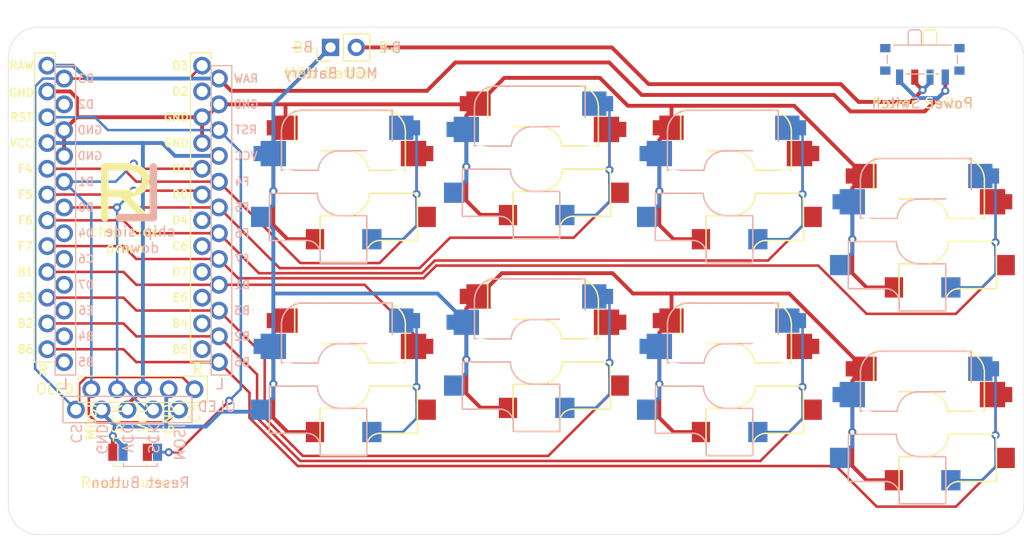
<source format=kicad_pcb>
(kicad_pcb (version 20221018) (generator pcbnew)
  (layers (0 "F.Cu" signal) (31 "B.Cu" signal) (34 "B.Paste" user) (35 "F.Paste" user) (36 "B.SilkS" user "B.Silkscreen") (37 "F.SilkS" user "F.Silkscreen") (38 "B.Mask" user) (39 "F.Mask" user) (44 "Edge.Cuts" user))
  (net 0 "")
  (net 1 "GND")
  (net 2 "R1C1")
  (net 3 "R1C2")
  (net 4 "R1C3")
  (net 5 "R1C4")
  (net 6 "R2C1")
  (net 7 "R2C2")
  (net 8 "R2C3")
  (net 9 "R2C4")
  (net 10 "VCC")
  (net 11 "/B+")
  (net 13 "SDA")
  (net 14 "SCL")
  (net 15 "RST")
  (net 16 "RAW")
  (net 23 "unconnected-(U1-RX-Pad2)")
  (net 26 "unconnected-(U2-RX-Pad2)")
  (net 27 "unconnected-(U2-D4-Pad7)")
  (net 28 "unconnected-(U2-C6-Pad8)")
  (net 29 "unconnected-(U2-D7-Pad9)")
  (net 32 "NVCS")
  (footprint "small-paintbrush:promicro" (layer "F.Cu") (at 86.020736 36.369424 -90)
    (fp_text reference "U1" hide)
    (fp_text value "ProMicro")
  )
  (footprint "keyswitches:MX_Choc_Hotswap" (layer "F.Cu") (at 105.901736 52.599424)
    (fp_text reference "KEY5" hide)
    (fp_text value "SW_Push" hide)
  )
  (footprint "MountingHole:MountingHole_2.1mm" (layer "F.Cu") (at 98.401737 21.599424)
    (fp_text reference "REF**" hide)
    (fp_text value "MountingHole_2.1mm")
  )
  (footprint "MountingHole:MountingHole_2.1mm" (layer "F.Cu") (at 147.401737 21.599424)
    (fp_text reference "REF**" hide)
    (fp_text value "MountingHole_2.1mm")
  )
  (footprint "MountingHole:MountingHole_2.1mm" (layer "F.Cu") (at 147.401737 65.599424)
    (fp_text reference "REF**" hide)
    (fp_text value "MountingHole_2.1mm")
  )
  (footprint "MountingHole:MountingHole_2.1mm" (layer "F.Cu") (at 98.401737 65.549424)
    (fp_text reference "REF**" hide)
    (fp_text value "MountingHole_2.1mm")
  )
  (footprint "small-paintbrush:mounting-holes" (layer "F.Cu") (at 122.901737 43.599424)
    (fp_text reference "H1" hide)
    (fp_text value "MountingHole")
    (fp_line (start -17 -25) (end 47 -25) (stroke (width 0.05)) (layer "Edge.Cuts"))
    (fp_line (start 47 25) (end -47 25) (stroke (width 0.05)) (layer "Edge.Cuts"))
    (fp_line (start 50 -22) (end 50 22) (stroke (width 0.05)) (layer "Edge.Cuts"))
    (fp_arc (start -47 25) (mid -49.12132 24.12132) (end -50 22) (stroke (width 0.05)) (layer "Edge.Cuts"))
    (fp_arc (start 47 -25) (mid 49.12132 -24.12132) (end 50 -22) (stroke (width 0.05)) (layer "Edge.Cuts"))
    (fp_arc (start 50 22) (mid 49.12132 24.12132) (end 47 25) (stroke (width 0.05)) (layer "Edge.Cuts"))
  )
  (footprint "keyswitches:MX_Choc_Hotswap" (layer "F.Cu") (at 162.901737 38.349424)
    (fp_text reference "KEY4" hide)
    (fp_text value "SW_Push" hide)
  )
  (footprint "NiceView:nice_view" (layer "F.Cu") (at 86.163 37.8072)
    (fp_text reference "Display1")
    (fp_text value "nice!view" hide)
  )
  (footprint "keyswitches:MX_Choc_Hotswap" (layer "F.Cu") (at 124.901737 31.219424)
    (fp_text reference "KEY2" hide)
    (fp_text value "SW_Push" hide)
  )
  (footprint "keyswitches:MX_Choc_Hotswap" (layer "F.Cu") (at 162.901739 57.349423)
    (fp_text reference "KEY8" hide)
    (fp_text value "SW_Push" hide)
  )
  (footprint "Connector_PinHeader_2.54mm:PinHeader_1x02_P2.54mm_Vertical" (layer "F.Cu") (at 104.631737 20.599424 90)
    (fp_text reference "J1" hide)
    (fp_text value "Conn_01x02")
  )
  (footprint "keyswitches:MX_Choc_Hotswap" (layer "F.Cu") (at 105.901737 33.599424)
    (fp_text reference "KEY1" hide)
    (fp_text value "SW_Push" hide)
  )
  (footprint "keyswitches:MX_Choc_Hotswap" (layer "F.Cu") (at 143.901739 33.599426)
    (fp_text reference "KEY3" hide)
    (fp_text value "SW_Push" hide)
  )
  (footprint "keyswitches:MX_Choc_Hotswap" (layer "F.Cu") (at 143.901739 52.599426)
    (fp_text reference "KEY7" hide)
    (fp_text value "SW_Push" hide)
  )
  (footprint "Button_Switch_SMD:SW_SPST_B3U-1000P" (layer "F.Cu") (at 84.901736 60.492424 180)
    (fp_text reference "PUSH2" hide)
    (fp_text value "SW_Push")
  )
  (footprint "Button_Switch_SMD:SW_SPDT_PCM12" (layer "F.Cu") (at 162.901737 22.099424 180)
    (fp_text reference "SW2" hide)
    (fp_text value "SW_SPDT")
  )
  (footprint "keyswitches:MX_Choc_Hotswap" (layer "F.Cu") (at 124.901739 50.219424)
    (fp_text reference "KEY6" hide)
    (fp_text value "SW_Push" hide)
  )
  (footprint "small-paintbrush:promicro" (layer "B.Cu") (at 84.369736 35.099424 -90)
    (fp_text reference "U2" hide)
    (fp_text value "ProMicro")
  )
  (footprint "Button_Switch_SMD:SW_SPDT_PCM12" (layer "B.Cu") (at 162.901737 22.099424)
    (fp_text reference "SW1" hide)
    (fp_text value "SW_SPDT")
  )
  (footprint "NiceView:nice_view" (layer "B.Cu") (at 84.6436 39.8038 180)
    (fp_text reference "Display2")
    (fp_text value "nice!view" hide)
  )
  (footprint "Button_Switch_SMD:SW_SPST_B3U-1000P" (layer "B.Cu") (at 85.901736 60.492424 180)
    (fp_text reference "PUSH1" hide)
    (fp_text value "SW_Push")
  )
  (gr_line (start 79.543736 22.399424) (end 79.543736 52.879424) (stroke (width 0.12)) (layer "B.SilkS"))
  (gr_line (start 94.910736 52.879424) (end 94.910736 22.399424) (stroke (width 0.12)) (layer "B.SilkS"))
  (gr_line (start 92.878736 22.399424) (end 92.878736 52.879424) (stroke (width 0.12)) (layer "B.SilkS"))
  (gr_line (start 94.910736 22.399424) (end 92.878736 22.399424) (stroke (width 0.12)) (layer "B.SilkS"))
  (gr_line (start 92.878736 52.879424) (end 94.910736 52.879424) (stroke (width 0.12)) (layer "B.SilkS"))
  (gr_line (start 77.511736 52.879424) (end 77.511736 22.399424) (stroke (width 0.12)) (layer "B.SilkS"))
  (gr_line (start 77.511736 22.399424) (end 79.543736 22.399424) (stroke (width 0.12)) (layer "B.SilkS"))
  (gr_line (start 79.543736 52.879424) (end 77.511736 52.879424) (stroke (width 0.12)) (layer "B.SilkS"))
  (gr_line (start 92.878736 51.609424) (end 92.878736 21.129424) (stroke (width 0.12)) (layer "F.SilkS"))
  (gr_line (start 92.878736 21.129424) (end 90.846736 21.129424) (stroke (width 0.12)) (layer "F.SilkS"))
  (gr_line (start 90.846736 51.609424) (end 92.878736 51.609424) (stroke (width 0.12)) (layer "F.SilkS"))
  (gr_line (start 77.511736 51.609424) (end 75.479736 51.609424) (stroke (width 0.12)) (layer "F.SilkS"))
  (gr_line (start 75.479736 21.129424) (end 77.511736 21.129424) (stroke (width 0.12)) (layer "F.SilkS"))
  (gr_line (start 90.846736 21.129424) (end 90.846736 51.609424) (stroke (width 0.12)) (layer "F.SilkS"))
  (gr_line (start 75.479736 51.609424) (end 75.479736 21.129424) (stroke (width 0.12)) (layer "F.SilkS"))
  (gr_line (start 77.511736 21.129424) (end 77.511736 51.609424) (stroke (width 0.12)) (layer "F.SilkS"))
  (gr_line (start 105.901737 18.599424) (end 75.901737 18.599424) (stroke (width 0.05)) (layer "Edge.Cuts"))
  (gr_line (start 72.901737 65.599424) (end 72.901737 21.599424) (stroke (width 0.05)) (layer "Edge.Cuts"))
  (gr_arc (start 72.901737 21.599424) (mid 73.780417 19.478104) (end 75.901737 18.599424) (stroke (width 0.05)) (layer "Edge.Cuts"))
  (gr_text "OLED" (at 93.422736 55.995424) (layer "B.SilkS") (effects (font (size 1 1)) (justify mirror)))
  (gr_text "L" (at 86.020736 35.099424) (layer "B.SilkS") (effects (font (size 5 7) (thickness 0.75)) (justify mirror)))
  (gr_text "L" (at 93.767736 53.768424) (layer "B.SilkS") (effects (font (size 1 1)) (justify mirror)))
  (gr_text "Power Switch" (at 162.901737 26.099425) (layer "B.SilkS") (effects (font (size 1 1)) (justify mirror)))
  (gr_text "Reset Button" (at 85.901736 63.492424) (layer "B.SilkS") (effects (font (size 1 1)) (justify mirror)))
  (gr_text "MCU Battery" (at 104.671736 23.139424) (layer "B.SilkS") (effects (font (size 1 1)) (justify mirror)))
  (gr_text "chip side\ndown" (at 85.893736 39.544424) (layer "B.SilkS") (effects (font (size 1 1)) (justify mirror)))
  (gr_text "B-" (at 103.031737 20.559424) (layer "B.SilkS") (effects (font (size 1 1)) (justify left mirror)))
  (gr_text "B+ " (at 108.511737 20.609424) (layer "B.SilkS") (effects (font (size 1 1)) (justify right mirror)))
  (gr_text "L" (at 78.400736 53.768424) (layer "B.SilkS") (effects (font (size 1 1)) (justify mirror)))
  (gr_text "R" (at 91.553735 52.292424) (layer "F.SilkS") (effects (font (size 1 1))))
  (gr_text "MCU Battery" (at 104.671736 23.139424) (layer "F.SilkS") (effects (font (size 1 1))))
  (gr_text "Power Switch" (at 162.901737 26.099425) (layer "F.SilkS") (effects (font (size 1 1))))
  (gr_text "chip side\ndown" (at 84.369736 39.544424) (layer "F.SilkS") (effects (font (size 1 1))))
  (gr_text "Reset Button" (at 84.901736 63.492424) (layer "F.SilkS") (effects (font (size 1 1))))
  (gr_text "OLED" (at 77.518736 54.283424) (layer "F.SilkS") (effects (font (size 1 1))))
  (gr_text "R" (at 76.329735 52.402424) (layer "F.SilkS") (effects (font (size 1 1))))
  (gr_text "R" (at 84.242736 35.099424) (layer "F.SilkS") (effects (font (size 5 7) (thickness 0.75))))
  (gr_text " B+" (at 108.501737 20.599424) (layer "F.SilkS") (effects (font (size 1 1)) (justify left)))
  (gr_text "B-" (at 103.301737 20.599424) (layer "F.SilkS") (effects (font (size 1 1)) (justify right)))
  (segment (start 118.001739 27.319423) (end 119.201739 26.119423) (width 0.381) (layer "F.Cu") (net 1))
  (segment (start 118.001739 35.700425) (end 118.001739 27.319423) (width 0.381) (layer "F.Cu") (net 1))
  (segment (start 119.400737 37.099423) (end 118.001739 35.700425) (width 0.381) (layer "F.Cu") (net 1))
  (segment (start 122.101739 37.099423) (end 119.400737 37.099423) (width 0.381) (layer "F.Cu") (net 1))
  (segment (start 122.101739 56.099423) (end 119.400737 56.099423) (width 0.381) (layer "F.Cu") (net 1))
  (segment (start 138.201739 44.899426) (end 138.151737 44.849424) (width 0.381) (layer "F.Cu") (net 1))
  (segment (start 83.201736 58.892424) (end 83.201736 60.492424) (width 0.381) (layer "F.Cu") (net 1))
  (segment (start 156.001739 61.850425) (end 156.001739 53.469423) (width 0.381) (layer "F.Cu") (net 1))
  (segment (start 79.670736 27.479424) (end 79.667537 27.482623) (width 0.381) (layer "F.Cu") (net 1))
  (segment (start 100.201737 28.519424) (end 100.201737 26.269424) (width 0.381) (layer "F.Cu") (net 1))
  (segment (start 160.101739 63.249423) (end 157.400737 63.249423) (width 0.381) (layer "F.Cu") (net 1))
  (segment (start 91.989736 30.019424) (end 91.989736 27.479424) (width 0.381) (layer "F.Cu") (net 1))
  (segment (start 99.001739 29.719423) (end 100.201739 28.519423) (width 0.381) (layer "F.Cu") (net 1))
  (segment (start 157.201737 33.269424) (end 150.281737 26.349424) (width 0.381) (layer "F.Cu") (net 1))
  (segment (start 79.667537 27.482623) (end 78.400736 28.749424) (width 0.381) (layer "F.Cu") (net 1))
  (segment (start 138.151737 26.349424) (end 133.901737 26.349424) (width 0.381) (layer "F.Cu") (net 1))
  (segment (start 92.370736 27.479424) (end 93.640736 26.209424) (width 0.381) (layer "F.Cu") (net 1))
  (segment (start 134.401737 44.849424) (end 132.401737 42.849424) (width 0.381) (layer "F.Cu") (net 1))
  (segment (start 157.201739 52.269423) (end 149.78174 44.849424) (width 0.381) (layer "F.Cu") (net 1))
  (segment (start 100.201737 26.269424) (end 100.261737 26.209424) (width 0.381) (layer "F.Cu") (net 1))
  (segment (start 138.400737 39.499423) (end 137.001739 38.100425) (width 0.381) (layer "F.Cu") (net 1))
  (segment (start 132.401737 42.849424) (end 121.491739 42.849424) (width 0.381) (layer "F.Cu") (net 1))
  (segment (start 137.001739 38.100425) (end 137.001739 29.719423) (width 0.381) (layer "F.Cu") (net 1))
  (segment (start 141.101739 58.499423) (end 138.400737 58.499423) (width 0.381) (layer "F.Cu") (net 1))
  (segment (start 138.201739 26.399426) (end 138.151737 26.349424) (width 0.381) (layer "F.Cu") (net 1))
  (segment (start 121.741737 23.599424) (end 119.131737 26.209424) (width 0.381) (layer "F.Cu") (net 1))
  (segment (start 118.001739 46.319423) (end 119.201739 45.119423) (width 0.381) (layer "F.Cu") (net 1))
  (segment (start 118.001739 54.700425) (end 118.001739 46.319423) (width 0.381) (layer "F.Cu") (net 1))
  (segment (start 156.001739 53.469423) (end 157.201739 52.269423) (width 0.381) (layer "F.Cu") (net 1))
  (segment (start 150.281737 26.349424) (end 138.151737 26.349424) (width 0.381) (layer "F.Cu") (net 1))
  (segment (start 149.78174 44.849424) (end 138.151737 44.849424) (width 0.381) (layer "F.Cu") (net 1))
  (segment (start 91.989736 27.479424) (end 92.370736 27.479424) (width 0.381) (layer "F.Cu") (net 1))
  (segment (start 79.005602 24.939424) (end 79.667537 25.601359) (width 0.381) (layer "F.Cu") (net 1))
  (segment (start 91.989736 27.479424) (end 79.670736 27.479424) (width 0.381) (layer "F.Cu") (net 1))
  (segment (start 141.101739 39.499423) (end 138.400737 39.499423) (width 0.381) (layer "F.Cu") (net 1))
  (segment (start 138.201739 28.519426) (end 138.201739 26.399426) (width 0.381) (layer "F.Cu") (net 1))
  (segment (start 103.101739 39.499423) (end 100.400737 39.499423) (width 0.381) (layer "F.Cu") (net 1))
  (segment (start 99.001739 48.719423) (end 100.201739 47.519423) (width 0.381) (layer "F.Cu") (net 1))
  (segment (start 156.001739 42.850425) (end 156.001739 34.469423) (width 0.381) (layer "F.Cu") (net 1))
  (segment (start 103.101739 58.499423) (end 100.400737 58.499423) (width 0.381) (layer "F.Cu") (net 1))
  (segment (start 137.001739 48.719423) (end 138.201739 47.519423) (width 0.381) (layer "F.Cu") (net 1))
  (segment (start 99.001739 38.100425) (end 99.001739 29.719423) (width 0.381) (layer "F.Cu") (net 1))
  (segment (start 76.749736 24.939424) (end 79.005602 24.939424) (width 0.381) (layer "F.Cu") (net 1))
  (segment (start 138.151737 44.849424) (end 134.401737 44.849424) (width 0.381) (layer "F.Cu") (net 1))
  (segment (start 156.001739 34.469423) (end 157.201739 33.269423) (width 0.381) (layer "F.Cu") (net 1))
  (segment (start 133.901737 26.349424) (end 131.151737 23.599424) (width 0.381) (layer "F.Cu") (net 1))
  (segment (start 137.001739 29.719423) (end 138.201739 28.519423) (width 0.381) (layer "F.Cu") (net 1))
  (segment (start 78.400736 28.749424) (end 78.400736 31.289424) (width 0.381) (layer "F.Cu") (net 1))
  (segment (start 99.001739 57.100425) (end 99.001739 48.719423) (width 0.381) (layer "F.Cu") (net 1))
  (segment (start 157.400737 44.249423) (end 156.001739 42.850425) (width 0.381) (layer "F.Cu") (net 1))
  (segment (start 100.261737 26.209424) (end 93.640736 26.209424) (width 0.381) (layer "F.Cu") (net 1))
  (segment (start 119.131737 26.209424) (end 100.261737 26.209424) (width 0.381) (layer "F.Cu") (net 1))
  (segment (start 131.151737 23.599424) (end 121.741737 23.599424) (width 0.381) (layer "F.Cu") (net 1))
  (segment (start 137.001739 57.100425) (end 137.001739 48.719423) (width 0.381) (layer "F.Cu") (net 1))
  (segment (start 138.400737 58.499423) (end 137.001739 57.100425) (width 0.381) (layer "F.Cu") (net 1))
  (segment (start 157.400737 63.249423) (end 156.001739 61.850425) (width 0.381) (layer "F.Cu") (net 1))
  (segment (start 121.491739 42.849424) (end 119.201739 45.139424) (width 0.381) (layer "F.Cu") (net 1))
  (segment (start 138.201739 47.519426) (end 138.201739 44.899426) (width 0.381) (layer "F.Cu") (net 1))
  (segment (start 160.101739 44.249423) (end 157.400737 44.249423) (width 0.381) (layer "F.Cu") (net 1))
  (segment (start 119.400737 56.099423) (end 118.001739 54.700425) (width 0.381) (layer "F.Cu") (net 1))
  (segment (start 100.400737 58.499423) (end 99.001739 57.100425) (width 0.381) (layer "F.Cu") (net 1))
  (segment (start 79.667537 25.601359) (end 79.667537 27.482623) (width 0.381) (layer "F.Cu") (net 1))
  (segment (start 100.400737 39.499423) (end 99.001739 38.100425) (width 0.381) (layer "F.Cu") (net 1))
  (via (at 118.001739 32.349422) (size 0.8) (drill 0.4) (layers "F.Cu" "B.Cu") (net 1))
  (via (at 156.001739 39.499422) (size 0.8) (drill 0.4) (layers "F.Cu" "B.Cu") (net 1))
  (via (at 156.001739 58.499422) (size 0.8) (drill 0.4) (layers "F.Cu" "B.Cu") (net 1))
  (via (at 118.001739 51.349422) (size 0.8) (drill 0.4) (layers "F.Cu" "B.Cu") (net 1))
  (via (at 83.201736 58.892424) (size 0.8) (drill 0.4) (layers "F.Cu" "B.Cu") (net 1))
  (via (at 99.001739 53.749422) (size 0.8) (drill 0.4) (layers "F.Cu" "B.Cu") (net 1))
  (via (at 99.001739 34.749422) (size 0.8) (drill 0.4) (layers "F.Cu" "B.Cu") (net 1))
  (via (at 137.001739 34.749422) (size 0.8) (drill 0.4) (layers "F.Cu" "B.Cu") (net 1))
  (via (at 137.001739 53.749422) (size 0.8) (drill 0.4) (layers "F.Cu" "B.Cu") (net 1))
  (segment (start 156.001739 58.499422) (end 156.001739 59.849423) (width 0.381) (layer "B.Cu") (net 1))
  (segment (start 118.001739 33.699423) (end 116.801739 34.899423) (width 0.381) (layer "B.Cu") (net 1))
  (segment (start 118.001739 32.349422) (end 118.001739 33.699423) (width 0.381) (layer "B.Cu") (net 1))
  (segment (start 118.001739 28.659423) (end 118.001739 32.349422) (width 0.381) (layer "B.Cu") (net 1))
  (segment (start 137.001739 36.099423) (end 135.801739 37.299423) (width 0.381) (layer "B.Cu") (net 1))
  (segment (start 82.101739 56.580427) (end 83.480736 57.959424) (width 0.381) (layer "B.Cu") (net 1))
  (segment (start 99.001739 50.059423) (end 99.001739 53.749422) (width 0.381) (layer "B.Cu") (net 1))
  (segment (start 88.531737 57.959424) (end 92.371736 57.959424) (width 0.381) (layer "B.Cu") (net 1))
  (segment (start 83.201736 58.892424) (end 83.201736 58.238424) (width 0.381) (layer "B.Cu") (net 1))
  (segment (start 104.631737 20.599424) (end 99.001737 26.229424) (width 0.381) (layer "B.Cu") (net 1))
  (segment (start 118.001739 52.699423) (end 116.801739 53.899423) (width 0.381) (layer "B.Cu") (net 1))
  (segment (start 88.703 54.2872) (end 88.4568 54.5334) (width 0.381) (layer "B.Cu") (net 1))
  (segment (start 83.480736 57.959424) (end 88.531737 57.959424) (width 0.381) (layer "B.Cu") (net 1))
  (segment (start 93.831736 56.499424) (end 97.601736 56.499424) (width 0.381) (layer "B.Cu") (net 1))
  (segment (start 83.201736 58.238424) (end 83.480736 57.959424) (width 0.381) (layer "B.Cu") (net 1))
  (segment (start 137.001739 31.059423) (end 137.001739 34.749422) (width 0.381) (layer "B.Cu") (net 1))
  (segment (start 115.171739 44.849424) (end 99.001736 44.849424) (width 0.381) (layer "B.Cu") (net 1))
  (segment (start 99.001736 44.849424) (end 99.001736 38.499423) (width 0.381) (layer "B.Cu") (net 1))
  (segment (start 118.001739 47.679424) (end 115.171739 44.849424) (width 0.381) (layer "B.Cu") (net 1))
  (segment (start 137.001739 34.749422) (end 137.001739 36.099423) (width 0.381) (layer "B.Cu") (net 1))
  (segment (start 156.001739 54.809423) (end 156.001739 58.499422) (width 0.381) (layer "B.Cu") (net 1))
  (segment (start 82.101739 56.281424) (end 82.101739 56.580427) (width 0.381) (layer "B.Cu") (net 1))
  (segment (start 83.201736 58.892424) (end 84.201736 59.892424) (width 0.381) (layer "B.Cu") (net 1))
  (segment (start 99.001736 44.849424) (end 99.001736 50.059424) (width 0.381) (layer "B.Cu") (net 1))
  (segment (start 99.001739 34.749422) (end 99.001739 36.099423) (width 0.381) (layer "B.Cu") (net 1))
  (segment (start 99.001736 38.499423) (end 97.801737 37.299424) (width 0.381) (layer "B.Cu") (net 1))
  (segment (start 99.001739 55.099423) (end 97.801739 56.299423) (width 0.381) (layer "B.Cu") (net 1))
  (segment (start 99.001739 36.099423) (end 97.801739 37.299423) (width 0.381) (layer "B.Cu") (net 1))
  (segment (start 92.371736 57.959424) (end 93.831736 56.499424) (width 0.381) (layer "B.Cu") (net 1))
  (segment (start 118.001739 51.349422) (end 118.001739 52.699423) (width 0.381) (layer "B.Cu") (net 1))
  (segment (start 137.001739 55.099423) (end 135.801739 56.299423) (width 0.381) (layer "B.Cu") (net 1))
  (segment (start 88.4568 54.5334) (end 88.4568 57.884487) (width 0.381) (layer "B.Cu") (net 1))
  (segment (start 99.001739 53.749422) (end 99.001739 55.099423) (width 0.381) (layer "B.Cu") (net 1))
  (segment (start 99.001739 31.059423) (end 99.001739 34.749422) (width 0.381) (layer "B.Cu") (net 1))
  (segment (start 118.001739 47.659423) (end 118.001739 51.349422) (width 0.381) (layer "B.Cu") (net 1))
  (segment (start 84.201736 59.892424) (end 84.201736 60.492424) (width 0.381) (layer "B.Cu") (net 1))
  (segment (start 137.001739 50.059423) (end 137.001739 53.749422) (width 0.381) (layer "B.Cu") (net 1))
  (segment (start 156.001739 39.499422) (end 156.001739 40.849423) (width 0.381) (layer "B.Cu") (net 1))
  (segment (start 97.601736 56.499424) (end 97.801736 56.299424) (width 0.381) (layer "B.Cu") (net 1))
  (segment (start 156.001739 59.849423) (end 154.801739 61.049423) (width 0.381) (layer "B.Cu") (net 1))
  (segment (start 88.4568 57.884487) (end 88.531737 57.959424) (width 0.381) (layer "B.Cu") (net 1))
  (segment (start 156.001739 40.849423) (end 154.801739 42.049423) (width 0.381) (layer "B.Cu") (net 1))
  (segment (start 156.001739 35.809423) (end 156.001739 39.499422) (width 0.381) (layer "B.Cu") (net 1))
  (segment (start 99.001737 26.229424) (end 99.001737 31.059424) (width 0.381) (layer "B.Cu") (net 1))
  (segment (start 137.001739 53.749422) (end 137.001739 55.099423) (width 0.381) (layer "B.Cu") (net 1))
  (segment (start 112.801739 31.059422) (end 113.101739 31.359422) (width 0.25) (layer "F.Cu") (net 2))
  (segment (start 113.101739 35.049426) (end 113.101739 36.399423) (width 0.25) (layer "F.Cu") (net 2))
  (segment (start 113.101739 36.399423) (end 114.001739 37.299423) (width 0.25) (layer "F.Cu") (net 2))
  (segment (start 113.101739 31.359422) (end 113.101739 35.049426) (width 0.25) (layer "F.Cu") (net 2))
  (segment (start 84.242736 32.559424) (end 85.512736 33.829424) (width 0.25) (layer "F.Cu") (net 2))
  (segment (start 85.512736 33.829424) (end 93.640736 33.829424) (width 0.25) (layer "F.Cu") (net 2))
  (segment (start 109.451737 41.849424) (end 114.001737 37.299424) (width 0.25) (layer "F.Cu") (net 2))
  (segment (start 101.660736 41.849424) (end 109.451737 41.849424) (width 0.25) (layer "F.Cu") (net 2))
  (segment (start 76.749736 32.559424) (end 84.242736 32.559424) (width 0.25) (layer "F.Cu") (net 2))
  (segment (start 93.640736 33.829424) (end 101.660736 41.849424) (width 0.25) (layer "F.Cu") (net 2))
  (via (at 113.101739 35.049426) (size 0.8) (drill 0.4) (layers "F.Cu" "B.Cu") (net 2))
  (segment (start 113.101739 38.149422) (end 113.101739 35.049426) (width 0.25) (layer "B.Cu") (net 2))
  (segment (start 108.701739 39.499423) (end 111.751738 39.499423) (width 0.25) (layer "B.Cu") (net 2))
  (segment (start 111.751738 39.499423) (end 113.101739 38.149422) (width 0.25) (layer "B.Cu") (net 2))
  (segment (start 113.101739 35.049426) (end 113.101739 28.499423) (width 0.25) (layer "B.Cu") (net 2))
  (segment (start 131.791739 28.669422) (end 132.091739 28.969422) (width 0.25) (layer "F.Cu") (net 3))
  (segment (start 132.091739 28.969422) (end 132.091739 32.659426) (width 0.25) (layer "F.Cu") (net 3))
  (segment (start 132.091739 32.659426) (end 132.091739 34.009423) (width 0.25) (layer "F.Cu") (net 3))
  (segment (start 132.091739 34.009423) (end 132.991739 34.909423) (width 0.25) (layer "F.Cu") (net 3))
  (segment (start 99.620736 42.349424) (end 113.401737 42.349424) (width 0.25) (layer "F.Cu") (net 3))
  (segment (start 128.571737 39.349424) (end 133.001737 34.919424) (width 0.25) (layer "F.Cu") (net 3))
  (segment (start 93.640736 36.369424) (end 99.620736 42.349424) (width 0.25) (layer "F.Cu") (net 3))
  (segment (start 85.512736 36.369424) (end 84.242736 35.099424) (width 0.25) (layer "F.Cu") (net 3))
  (segment (start 93.640736 36.369424) (end 85.512736 36.369424) (width 0.25) (layer "F.Cu") (net 3))
  (segment (start 113.401737 42.349424) (end 116.401737 39.349424) (width 0.25) (layer "F.Cu") (net 3))
  (segment (start 84.242736 35.099424) (end 76.749736 35.099424) (width 0.25) (layer "F.Cu") (net 3))
  (segment (start 116.401737 39.349424) (end 128.571737 39.349424) (width 0.25) (layer "F.Cu") (net 3))
  (via (at 132.091739 32.659426) (size 0.8) (drill 0.4) (layers "F.Cu" "B.Cu") (net 3))
  (segment (start 132.091739 32.659426) (end 132.091739 26.109423) (width 0.25) (layer "B.Cu") (net 3))
  (segment (start 127.691739 37.109423) (end 130.741738 37.109423) (width 0.25) (layer "B.Cu") (net 3))
  (segment (start 130.741738 37.109423) (end 132.091739 35.759422) (width 0.25) (layer "B.Cu") (net 3))
  (segment (start 132.091739 35.759422) (end 132.091739 32.659426) (width 0.25) (layer "B.Cu") (net 3))
  (segment (start 151.101739 36.399423) (end 152.001739 37.299423) (width 0.25) (layer "F.Cu") (net 4))
  (segment (start 151.101739 35.049426) (end 151.101739 36.399423) (width 0.25) (layer "F.Cu") (net 4))
  (segment (start 114.901737 41.599424) (end 147.701741 41.599424) (width 0.25) (layer "F.Cu") (net 4))
  (segment (start 113.651737 42.849424) (end 114.901737 41.599424) (width 0.25) (layer "F.Cu") (net 4))
  (segment (start 85.512736 38.909424) (end 93.640736 38.909424) (width 0.25) (layer "F.Cu") (net 4))
  (segment (start 150.801739 31.059422) (end 151.101739 31.359422) (width 0.25) (layer "F.Cu") (net 4))
  (segment (start 93.640736 38.909424) (end 97.580736 42.849424) (width 0.25) (layer "F.Cu") (net 4))
  (segment (start 147.701741 41.599424) (end 152.001739 37.299426) (width 0.25) (layer "F.Cu") (net 4))
  (segment (start 76.749736 37.639424) (end 84.242736 37.639424) (width 0.25) (layer "F.Cu") (net 4))
  (segment (start 151.101739 31.359422) (end 151.101739 35.049426) (width 0.25) (layer "F.Cu") (net 4))
  (segment (start 97.580736 42.849424) (end 113.651737 42.849424) (width 0.25) (layer "F.Cu") (net 4))
  (segment (start 84.242736 37.639424) (end 85.512736 38.909424) (width 0.25) (layer "F.Cu") (net 4))
  (via (at 151.101739 35.049426) (size 0.8) (drill 0.4) (layers "F.Cu" "B.Cu") (net 4))
  (segment (start 146.701739 39.499423) (end 149.751738 39.499423) (width 0.25) (layer "B.Cu") (net 4))
  (segment (start 149.751738 39.499423) (end 151.101739 38.149422) (width 0.25) (layer "B.Cu") (net 4))
  (segment (start 151.101739 38.149422) (end 151.101739 35.049426) (width 0.25) (layer "B.Cu") (net 4))
  (segment (start 151.101739 35.049426) (end 151.101739 28.499423) (width 0.25) (layer "B.Cu") (net 4))
  (segment (start 169.801739 35.809422) (end 170.101739 36.109422) (width 0.25) (layer "F.Cu") (net 5))
  (segment (start 170.101739 36.109422) (end 170.101739 39.799426) (width 0.25) (layer "F.Cu") (net 5))
  (segment (start 170.101739 39.799426) (end 170.101739 41.149423) (width 0.25) (layer "F.Cu") (net 5))
  (segment (start 170.101739 41.149423) (end 171.001739 42.049423) (width 0.25) (layer "F.Cu") (net 5))
  (segment (start 157.401737 46.849424) (end 166.201737 46.849424) (width 0.25) (layer "F.Cu") (net 5))
  (segment (start 113.788147 43.349424) (end 115.038147 42.099424) (width 0.25) (layer "F.Cu") (net 5))
  (segment (start 93.640736 41.449424) (end 85.512736 41.449424) (width 0.25) (layer "F.Cu") (net 5))
  (segment (start 152.651737 42.099424) (end 157.401737 46.849424) (width 0.25) (layer "F.Cu") (net 5))
  (segment (start 93.640736 41.449424) (end 94.290736 42.099424) (width 0.25) (layer "F.Cu") (net 5))
  (segment (start 93.640736 41.449424) (end 95.540736 43.349424) (width 0.25) (layer "F.Cu") (net 5))
  (segment (start 95.540736 43.349424) (end 113.788147 43.349424) (width 0.25) (layer "F.Cu") (net 5))
  (segment (start 84.242736 40.179424) (end 76.749736 40.179424) (width 0.25) (layer "F.Cu") (net 5))
  (segment (start 85.512736 41.449424) (end 84.242736 40.179424) (width 0.25) (layer "F.Cu") (net 5))
  (segment (start 166.201737 46.849424) (end 171.001737 42.049424) (width 0.25) (layer "F.Cu") (net 5))
  (segment (start 115.038147 42.099424) (end 152.651737 42.099424) (width 0.25) (layer "F.Cu") (net 5))
  (via (at 170.101739 39.799426) (size 0.8) (drill 0.4) (layers "F.Cu" "B.Cu") (net 5))
  (segment (start 165.701739 44.249423) (end 168.751738 44.249423) (width 0.25) (layer "B.Cu") (net 5))
  (segment (start 170.101739 42.899422) (end 170.101739 39.799426) (width 0.25) (layer "B.Cu") (net 5))
  (segment (start 170.101739 39.799426) (end 170.101739 33.249423) (width 0.25) (layer "B.Cu") (net 5))
  (segment (start 168.751738 44.249423) (end 170.101739 42.899422) (width 0.25) (layer "B.Cu") (net 5))
  (segment (start 93.640736 43.989424) (end 95.311737 43.989424) (width 0.25) (layer "F.Cu") (net 6))
  (segment (start 113.101739 55.399423) (end 114.001739 56.299423) (width 0.25) (layer "F.Cu") (net 6))
  (segment (start 95.311737 43.989424) (end 107.981737 43.989424) (width 0.25) (layer "F.Cu") (net 6))
  (segment (start 84.242736 42.719424) (end 85.512736 43.989424) (width 0.25) (layer "F.Cu") (net 6))
  (segment (start 76.749736 42.719424) (end 84.242736 42.719424) (width 0.25) (layer "F.Cu") (net 6))
  (segment (start 107.981737 43.989424) (end 112.801736 48.809423) (width 0.25) (layer "F.Cu") (net 6))
  (segment (start 85.512736 43.989424) (end 93.640736 43.989424) (width 0.25) (layer "F.Cu") (net 6))
  (segment (start 113.101739 54.049426) (end 113.101739 55.399423) (width 0.25) (layer "F.Cu") (net 6))
  (segment (start 113.101739 50.359422) (end 113.101739 54.049426) (width 0.25) (layer "F.Cu") (net 6))
  (segment (start 112.801736 48.809423) (end 112.801736 50.059423) (width 0.25) (layer "F.Cu") (net 6))
  (segment (start 112.801739 50.059422) (end 113.101739 50.359422) (width 0.25) (layer "F.Cu") (net 6))
  (via (at 113.101739 54.049426) (size 0.8) (drill 0.4) (layers "F.Cu" "B.Cu") (net 6))
  (segment (start 111.751738 58.499423) (end 113.101739 57.149422) (width 0.25) (layer "B.Cu") (net 6))
  (segment (start 113.101739 54.049426) (end 113.101739 47.499423) (width 0.25) (layer "B.Cu") (net 6))
  (segment (start 108.701739 58.499423) (end 111.751738 58.499423) (width 0.25) (layer "B.Cu") (net 6))
  (segment (start 113.101739 57.149422) (end 113.101739 54.049426) (width 0.25) (layer "B.Cu") (net 6))
  (segment (start 131.791739 47.669422) (end 132.091739 47.969422) (width 0.25) (layer "F.Cu") (net 7))
  (segment (start 132.091739 53.009423) (end 132.991739 53.909423) (width 0.25) (layer "F.Cu") (net 7))
  (segment (start 132.091739 51.659426) (end 132.091739 53.009423) (width 0.25) (layer "F.Cu") (net 7))
  (segment (start 132.091739 47.969422) (end 132.091739 51.659426) (width 0.25) (layer "F.Cu") (net 7))
  (segment (start 93.640736 46.588424) (end 93.640736 46.529424) (width 0.25) (layer "F.Cu") (net 7))
  (segment (start 93.640736 46.529424) (end 85.512736 46.529424) (width 0.25) (layer "F.Cu") (net 7))
  (segment (start 93.640736 46.529424) (end 98.151737 51.040425) (width 0.25) (layer "F.Cu") (net 7))
  (segment (start 98.151737 51.040425) (end 98.151737 57.099424) (width 0.25) (layer "F.Cu") (net 7))
  (segment (start 85.512736 46.529424) (end 84.242736 45.259424) (width 0.25) (layer "F.Cu") (net 7))
  (segment (start 98.151737 57.099424) (end 101.901737 60.849424) (width 0.25) (layer "F.Cu") (net 7))
  (segment (start 101.901737 60.849424) (end 126.071739 60.849424) (width 0.25) (layer "F.Cu") (net 7))
  (segment (start 84.242736 45.259424) (end 76.749736 45.259424) (width 0.25) (layer "F.Cu") (net 7))
  (segment (start 126.071739 60.849424) (end 133.001739 53.919424) (width 0.25) (layer "F.Cu") (net 7))
  (via (at 132.091739 51.659426) (size 0.8) (drill 0.4) (layers "F.Cu" "B.Cu") (net 7))
  (segment (start 132.091739 51.659426) (end 132.091739 45.109423) (width 0.25) (layer "B.Cu") (net 7))
  (segment (start 132.091739 54.759422) (end 132.091739 51.659426) (width 0.25) (layer "B.Cu") (net 7))
  (segment (start 130.741738 56.109423) (end 132.091739 54.759422) (width 0.25) (layer "B.Cu") (net 7))
  (segment (start 127.691739 56.109423) (end 130.741738 56.109423) (width 0.25) (layer "B.Cu") (net 7))
  (segment (start 76.749736 47.799424) (end 84.242736 47.799424) (width 0.25) (layer "F.Cu") (net 8))
  (segment (start 85.512736 49.069424) (end 93.640736 49.069424) (width 0.25) (layer "F.Cu") (net 8))
  (segment (start 150.801739 50.059422) (end 151.101739 50.359422) (width 0.25) (layer "F.Cu") (net 8))
  (segment (start 84.242736 47.799424) (end 85.512736 49.069424) (width 0.25) (layer "F.Cu") (net 8))
  (segment (start 151.101739 54.049426) (end 151.101739 55.399423) (width 0.25) (layer "F.Cu") (net 8))
  (segment (start 151.101739 55.399423) (end 152.001739 56.299423) (width 0.25) (layer "F.Cu") (net 8))
  (segment (start 146.951741 61.349424) (end 152.001739 56.299426) (width 0.25) (layer "F.Cu") (net 8))
  (segment (start 97.401737 52.830425) (end 97.401737 57.099424) (width 0.25) (layer "F.Cu") (net 8))
  (segment (start 93.640736 49.069424) (end 95.401736 50.830424) (width 0.25) (layer "F.Cu") (net 8))
  (segment (start 101.651737 61.349424) (end 146.951741 61.349424) (width 0.25) (layer "F.Cu") (net 8))
  (segment (start 95.401736 50.830424) (end 97.401737 52.830425) (width 0.25) (layer "F.Cu") (net 8))
  (segment (start 97.401737 57.099424) (end 101.651737 61.349424) (width 0.25) (layer "F.Cu") (net 8))
  (segment (start 151.101739 50.359422) (end 151.101739 54.049426) (width 0.25) (layer "F.Cu") (net 8))
  (via (at 151.101739 54.049426) (size 0.8) (drill 0.4) (layers "F.Cu" "B.Cu") (net 8))
  (segment (start 149.751738 58.499423) (end 151.101739 57.149422) (width 0.25) (layer "B.Cu") (net 8))
  (segment (start 151.101739 54.049426) (end 151.101739 47.499423) (width 0.25) (layer "B.Cu") (net 8))
  (segment (start 151.101739 57.149422) (end 151.101739 54.049426) (width 0.25) (layer "B.Cu") (net 8))
  (segment (start 146.701739 58.499423) (end 149.751738 58.499423) (width 0.25) (layer "B.Cu") (net 8))
  (segment (start 154.401737 61.849424) (end 101.401737 61.849424) (width 0.25) (layer "F.Cu") (net 9))
  (segment (start 166.201738 65.849424) (end 158.401737 65.849424) (width 0.25) (layer "F.Cu") (net 9))
  (segment (start 96.651737 54.620425) (end 93.640736 51.609424) (width 0.25) (layer "F.Cu") (net 9))
  (segment (start 96.651737 57.099424) (end 96.651737 56.849424) (width 0.25) (layer "F.Cu") (net 9))
  (segment (start 85.512736 51.609424) (end 84.242736 50.339424) (width 0.25) (layer "F.Cu") (net 9))
  (segment (start 170.101739 55.109422) (end 170.101739 58.799426) (width 0.25) (layer "F.Cu") (net 9))
  (segment (start 84.242736 50.339424) (end 76.749736 50.339424) (width 0.25) (layer "F.Cu") (net 9))
  (segment (start 158.401737 65.849424) (end 154.401737 61.849424) (width 0.25) (layer "F.Cu") (net 9))
  (segment (start 96.651737 56.849424) (end 96.651737 54.620425) (width 0.25) (layer "F.Cu") (net 9))
  (segment (start 169.801739 54.809422) (end 170.101739 55.109422) (width 0.25) (layer "F.Cu") (net 9))
  (segment (start 93.640736 51.609424) (end 85.512736 51.609424) (width 0.25) (layer "F.Cu") (net 9))
  (segment (start 171.001739 61.049423) (end 166.201738 65.849424) (width 0.25) (layer "F.Cu") (net 9))
  (segment (start 101.401737 61.849424) (end 96.651737 57.099424) (width 0.25) (layer "F.Cu") (net 9))
  (segment (start 170.101739 60.149423) (end 171.001739 61.049423) (width 0.25) (layer "F.Cu") (net 9))
  (segment (start 170.101739 58.799426) (end 170.101739 60.149423) (width 0.25) (layer "F.Cu") (net 9))
  (segment (start 94.001735 51.149425) (end 94.001736 51.149424) (width 0.25) (layer "F.Cu") (net 9))
  (via (at 170.101739 58.799426) (size 0.8) (drill 0.4) (layers "F.Cu" "B.Cu") (net 9))
  (segment (start 170.101739 61.899422) (end 170.101739 58.799426) (width 0.25) (layer "B.Cu") (net 9))
  (segment (start 168.751738 63.249423) (end 170.101739 61.899422) (width 0.25) (layer "B.Cu") (net 9))
  (segment (start 165.701739 63.249423) (end 168.751738 63.249423) (width 0.25) (layer "B.Cu") (net 9))
  (segment (start 170.101739 58.799426) (end 170.101739 52.249423) (width 0.25) (layer "B.Cu") (net 9))
  (segment (start 94.001735 51.149425) (end 94.001736 51.149424) (width 0.25) (layer "B.Cu") (net 9))
  (segment (start 84.641739 56.281424) (end 84.641739 55.801422) (width 0.381) (layer "F.Cu") (net 10))
  (segment (start 84.641739 55.801422) (end 86.161737 54.281424) (width 0.381) (layer "F.Cu") (net 10))
  (segment (start 86.161737 30.033425) (end 86.147736 30.019424) (width 0.381) (layer "B.Cu") (net 10))
  (segment (start 89.322736 31.289424) (end 93.640736 31.289424) (width 0.381) (layer "B.Cu") (net 10))
  (segment (start 88.052736 30.019424) (end 86.147736 30.019424) (width 0.381) (layer "B.Cu") (net 10))
  (segment (start 89.322736 31.289424) (end 88.052736 30.019424) (width 0.381) (layer "B.Cu") (net 10))
  (segment (start 86.147736 30.019424) (end 76.749736 30.019424) (width 0.381) (layer "B.Cu") (net 10))
  (segment (start 86.161737 54.281424) (end 86.161737 30.033425) (width 0.381) (layer "B.Cu") (net 10))
  (segment (start 135.944537 24.215624) (end 154.867537 24.215624) (width 0.381) (layer "F.Cu") (net 11))
  (segment (start 132.328337 20.599424) (end 135.944537 24.215624) (width 0.381) (layer "F.Cu") (net 11))
  (segment (start 162.151737 24.032224) (end 162.919337 24.799824) (width 0.381) (layer "F.Cu") (net 11))
  (segment (start 162.151737 23.529424) (end 162.151737 24.032224) (width 0.381) (layer "F.Cu") (net 11))
  (segment (start 156.620137 25.968224) (end 161.750937 25.968224) (width 0.381) (layer "F.Cu") (net 11))
  (segment (start 161.750937 25.968224) (end 162.919337 24.799824) (width 0.381) (layer "F.Cu") (net 11))
  (segment (start 107.171737 20.599424) (end 132.328337 20.599424) (width 0.381) (layer "F.Cu") (net 11))
  (segment (start 154.867537 24.215624) (end 156.620137 25.968224) (width 0.381) (layer "F.Cu") (net 11))
  (via (at 162.919337 24.799824) (size 0.8) (drill 0.4) (layers "F.Cu" "B.Cu") (net 11))
  (segment (start 162.919337 24.799824) (end 163.651737 24.067424) (width 0.381) (layer "B.Cu") (net 11))
  (segment (start 163.651737 24.067424) (end 163.651737 23.529424) (width 0.381) (layer "B.Cu") (net 11))
  (segment (start 91.989736 32.559424) (end 85.766736 32.559424) (width 0.25) (layer "F.Cu") (net 13))
  (segment (start 85.766736 32.559424) (end 85.258736 32.051424) (width 0.25) (layer "F.Cu") (net 13))
  (segment (start 88.4568 57.5506) (end 81.578874 57.5506) (width 0.25) (layer "F.Cu") (net 13))
  (segment (start 80.8368 54.5334) (end 81.083 54.2872) (width 0.25) (layer "F.Cu") (net 13))
  (segment (start 80.8368 56.808526) (end 80.8368 54.5334) (width 0.25) (layer "F.Cu") (net 13))
  (segment (start 89.7236 56.2838) (end 88.4568 57.5506) (width 0.25) (layer "F.Cu") (net 13))
  (segment (start 81.578874 57.5506) (end 80.8368 56.808526) (width 0.25) (layer "F.Cu") (net 13))
  (via (at 85.258736 32.051424) (size 0.8) (drill 0.4) (layers "F.Cu" "B.Cu") (net 13))
  (segment (start 81.081737 54.281424) (end 81.081737 36.510425) (width 0.25) (layer "B.Cu") (net 13))
  (segment (start 81.081737 36.510425) (end 78.400736 33.829424) (width 0.25) (layer "B.Cu") (net 13))
  (segment (start 85.258736 32.051424) (end 83.480736 33.829424) (width 0.25) (layer "B.Cu") (net 13))
  (segment (start 83.480736 33.829424) (end 78.400736 33.829424) (width 0.25) (layer "B.Cu") (net 13))
  (segment (start 85.258736 34.718424) (end 91.608736 34.718424) (width 0.25) (layer "F.Cu") (net 14))
  (segment (start 91.608736 34.718424) (end 91.989736 35.099424) (width 0.25) (layer "F.Cu") (net 14))
  (segment (start 92.009736 35.079424) (end 91.989736 35.099424) (width 0.25) (layer "F.Cu") (net 14))
  (segment (start 83.607736 36.369424) (end 78.400736 36.369424) (width 0.25) (layer "F.Cu") (net 14))
  (via (at 85.258736 34.718424) (size 0.8) (drill 0.4) (layers "F.Cu" "B.Cu") (net 14))
  (via (at 83.607736 36.369424) (size 0.8) (drill 0.4) (layers "F.Cu" "B.Cu") (net 14))
  (segment (start 83.621737 54.281424) (end 84.422735 54.281424) (width 0.25) (layer "B.Cu") (net 14))
  (segment (start 83.621737 36.383425) (end 83.607736 36.369424) (width 0.25) (layer "B.Cu") (net 14))
  (segment (start 83.621737 54.281424) (end 83.621737 36.383425) (width 0.25) (layer "B.Cu") (net 14))
  (segment (start 83.607736 36.369424) (end 85.258736 34.718424) (width 0.25) (layer "B.Cu") (net 14))
  (segment (start 86.422735 56.281424) (end 87.181739 56.281424) (width 0.25) (layer "B.Cu") (net 14))
  (segment (start 84.422735 54.281424) (end 86.422735 56.281424) (width 0.25) (layer "B.Cu") (net 14))
  (segment (start 89.583736 60.492424) (end 94.656736 55.419424) (width 0.25) (layer "F.Cu") (net 15))
  (segment (start 88.701736 60.492424) (end 89.583736 60.492424) (width 0.25) (layer "F.Cu") (net 15))
  (segment (start 86.601736 60.492424) (end 88.701736 60.492424) (width 0.25) (layer "F.Cu") (net 15))
  (via (at 88.701736 60.492424) (size 0.8) (drill 0.4) (layers "F.Cu" "B.Cu") (net 15))
  (via (at 94.656736 55.419424) (size 0.8) (drill 0.4) (layers "F.Cu" "B.Cu") (net 15))
  (segment (start 88.701736 60.492424) (end 87.601736 60.492424) (width 0.25) (layer "B.Cu") (net 15))
  (segment (start 93.640736 28.749424) (end 95.801736 30.910424) (width 0.25) (layer "B.Cu") (net 15))
  (segment (start 81.448736 27.479424) (end 76.749736 27.479424) (width 0.25) (layer "B.Cu") (net 15))
  (segment (start 95.801736 30.910424) (end 95.801736 54.274424) (width 0.25) (layer "B.Cu") (net 15))
  (segment (start 82.718736 28.749424) (end 81.448736 27.479424) (width 0.25) (layer "B.Cu") (net 15))
  (segment (start 93.640736 28.749424) (end 82.718736 28.749424) (width 0.25) (layer "B.Cu") (net 15))
  (segment (start 95.801736 54.274424) (end 94.656736 55.419424) (width 0.25) (layer "B.Cu") (net 15))
  (segment (start 163.125439 26.908024) (end 155.832737 26.908024) (width 0.381) (layer "F.Cu") (net 16))
  (segment (start 116.919937 22.082024) (end 114.125937 24.876024) (width 0.381) (layer "F.Cu") (net 16))
  (segment (start 155.832737 26.908024) (end 154.207137 25.282424) (width 0.381) (layer "F.Cu") (net 16))
  (segment (start 165.154537 24.878926) (end 165.154537 23.532224) (width 0.381) (layer "F.Cu") (net 16))
  (segment (start 154.207137 25.282424) (end 135.258737 25.282424) (width 0.381) (layer "F.Cu") (net 16))
  (segment (start 132.058337 22.082024) (end 116.919937 22.082024) (width 0.381) (layer "F.Cu") (net 16))
  (segment (start 165.154537 23.532224) (end 165.151737 23.529424) (width 0.381) (layer "F.Cu") (net 16))
  (segment (start 114.125937 24.876024) (end 94.847336 24.876024) (width 0.381) (layer "F.Cu") (net 16))
  (segment (start 94.847336 24.876024) (end 93.640736 23.669424) (width 0.381) (layer "F.Cu") (net 16))
  (segment (start 135.258737 25.282424) (end 132.058337 22.082024) (width 0.381) (layer "F.Cu") (net 16))
  (segment (start 165.154537 24.878926) (end 163.125439 26.908024) (width 0.381) (layer "F.Cu") (net 16))
  (via (at 165.154537 24.878926) (size 0.8) (drill 0.4) (layers "F.Cu" "B.Cu") (net 16))
  (segment (start 160.651737 23.529424) (end 160.651737 23.929424) (width 0.381) (layer "B.Cu") (net 16))
  (segment (start 162.312637 25.590324) (end 164.443139 25.590324) (width 0.381) (layer "B.Cu") (net 16))
  (segment (start 79.283336 22.399424) (end 80.553336 23.669424) (width 0.381) (layer "B.Cu") (net 16))
  (segment (start 160.651737 23.929424) (end 162.312637 25.590324) (width 0.381) (layer "B.Cu") (net 16))
  (segment (start 76.749736 22.399424) (end 79.283336 22.399424) (width 0.381) (layer "B.Cu") (net 16))
  (segment (start 164.443139 25.590324) (end 165.154537 24.878926) (width 0.381) (layer "B.Cu") (net 16))
  (segment (start 80.553336 23.669424) (end 93.640736 23.669424) (width 0.381) (layer "B.Cu") (net 16))
  (segment (start 78.400736 26.209424) (end 78.019736 26.209424) (width 0.25) (layer "F.Cu") (net 23))
  (segment (start 92.009736 24.919424) (end 91.989736 24.939424) (width 0.25) (layer "F.Cu") (net 26))
  (segment (start 92.009736 37.619424) (end 91.989736 37.639424) (width 0.25) (layer "F.Cu") (net 27))
  (segment (start 91.989736 40.179424) (end 92.009737 40.159423) (width 0.25) (layer "F.Cu") (net 28))
  (segment (start 92.009736 42.699424) (end 91.989736 42.719424) (width 0.25) (layer "F.Cu") (net 29))
  (segment (start 90.719736 23.669424) (end 91.989736 22.399424) (width 0.25) (layer "F.Cu") (net 32))
  (segment (start 80.585405 53.0859) (end 90.0417 53.0859) (width 0.25) (layer "F.Cu") (net 32))
  (segment (start 79.8817 53.789605) (end 80.585405 53.0859) (width 0.25) (layer "F.Cu") (net 32))
  (segment (start 79.8817 55.9657) (end 79.8817 53.789605) (width 0.25) (layer "F.Cu") (net 32))
  (segment (start 79.5636 56.2838) (end 79.8817 55.9657) (width 0.25) (layer "F.Cu") (net 32))
  (segment (start 90.0417 53.0859) (end 91.243 54.2872) (width 0.25) (layer "F.Cu") (net 32))
  (segment (start 78.400736 23.669424) (end 90.719736 23.669424) (width 0.25) (layer "F.Cu") (net 32))
  (segment (start 75.548436 24.441829) (end 76.320841 23.669424) (width 0.25) (layer "B.Cu") (net 32))
  (segment (start 76.320841 23.669424) (end 78.400736 23.669424) (width 0.25) (layer "B.Cu") (net 32))
  (segment (start 79.5636 56.2838) (end 75.548436 52.268636) (width 0.25) (layer "B.Cu") (net 32))
  (segment (start 75.548436 52.268636) (end 75.548436 24.441829) (width 0.25) (layer "B.Cu") (net 32))
)
</source>
